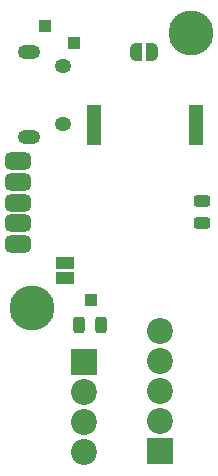
<source format=gbr>
%TF.GenerationSoftware,KiCad,Pcbnew,8.0.0*%
%TF.CreationDate,2024-09-27T20:32:54-07:00*%
%TF.ProjectId,lyrav3r2,6c797261-7633-4723-922e-6b696361645f,rev?*%
%TF.SameCoordinates,Original*%
%TF.FileFunction,Soldermask,Top*%
%TF.FilePolarity,Negative*%
%FSLAX46Y46*%
G04 Gerber Fmt 4.6, Leading zero omitted, Abs format (unit mm)*
G04 Created by KiCad (PCBNEW 8.0.0) date 2024-09-27 20:32:54*
%MOMM*%
%LPD*%
G01*
G04 APERTURE LIST*
G04 Aperture macros list*
%AMRoundRect*
0 Rectangle with rounded corners*
0 $1 Rounding radius*
0 $2 $3 $4 $5 $6 $7 $8 $9 X,Y pos of 4 corners*
0 Add a 4 corners polygon primitive as box body*
4,1,4,$2,$3,$4,$5,$6,$7,$8,$9,$2,$3,0*
0 Add four circle primitives for the rounded corners*
1,1,$1+$1,$2,$3*
1,1,$1+$1,$4,$5*
1,1,$1+$1,$6,$7*
1,1,$1+$1,$8,$9*
0 Add four rect primitives between the rounded corners*
20,1,$1+$1,$2,$3,$4,$5,0*
20,1,$1+$1,$4,$5,$6,$7,0*
20,1,$1+$1,$6,$7,$8,$9,0*
20,1,$1+$1,$8,$9,$2,$3,0*%
%AMFreePoly0*
4,1,19,0.000000,0.744911,0.071157,0.744911,0.207708,0.704816,0.327430,0.627875,0.420627,0.520320,0.479746,0.390866,0.500000,0.250000,0.500000,-0.250000,0.479746,-0.390866,0.420627,-0.520320,0.327430,-0.627875,0.207708,-0.704816,0.071157,-0.744911,0.000000,-0.744911,0.000000,-0.750000,-0.500000,-0.750000,-0.500000,0.750000,0.000000,0.750000,0.000000,0.744911,0.000000,0.744911,
$1*%
%AMFreePoly1*
4,1,19,0.500000,-0.750000,0.000000,-0.750000,0.000000,-0.744911,-0.071157,-0.744911,-0.207708,-0.704816,-0.327430,-0.627875,-0.420627,-0.520320,-0.479746,-0.390866,-0.500000,-0.250000,-0.500000,0.250000,-0.479746,0.390866,-0.420627,0.520320,-0.327430,0.627875,-0.207708,0.704816,-0.071157,0.744911,0.000000,0.744911,0.000000,0.750000,0.500000,0.750000,0.500000,-0.750000,0.500000,-0.750000,
$1*%
G04 Aperture macros list end*
%ADD10R,1.300000X3.400000*%
%ADD11FreePoly0,0.000000*%
%ADD12FreePoly1,0.000000*%
%ADD13R,1.000000X1.000000*%
%ADD14R,2.200000X2.200000*%
%ADD15C,2.200000*%
%ADD16C,3.800000*%
%ADD17RoundRect,0.492126X-0.632874X-0.257874X0.632874X-0.257874X0.632874X0.257874X-0.632874X0.257874X0*%
%ADD18R,1.500000X1.000000*%
%ADD19RoundRect,0.243750X0.243750X0.456250X-0.243750X0.456250X-0.243750X-0.456250X0.243750X-0.456250X0*%
%ADD20RoundRect,0.243750X-0.456250X0.243750X-0.456250X-0.243750X0.456250X-0.243750X0.456250X0.243750X0*%
%ADD21O,1.400000X1.200000*%
%ADD22O,1.900000X1.200000*%
G04 APERTURE END LIST*
D10*
%TO.C,BZ1*%
X16320600Y29966000D03*
X7620600Y29966000D03*
%TD*%
D11*
%TO.C,J4*%
X12529400Y36189000D03*
D12*
X11229400Y36189000D03*
%TD*%
D13*
%TO.C,TP1*%
X7398600Y15157800D03*
%TD*%
D14*
%TO.C,J6*%
X13240600Y2356200D03*
D15*
X13240600Y4896200D03*
X13240600Y7436200D03*
X13240600Y9976200D03*
X13240600Y12516200D03*
%TD*%
D16*
%TO.C,H1*%
X15831400Y37763800D03*
%TD*%
D14*
%TO.C,J2*%
X6763600Y9950800D03*
D15*
X6763600Y7410800D03*
X6763600Y4870800D03*
X6763600Y2330800D03*
%TD*%
D17*
%TO.C,J5*%
X1251800Y19922200D03*
X1251800Y21672200D03*
X1251800Y23422200D03*
X1251800Y25172200D03*
X1251800Y26922200D03*
%TD*%
D18*
%TO.C,J1*%
X5188800Y17037400D03*
X5188800Y18337400D03*
%TD*%
D16*
%TO.C,H2*%
X2369400Y14527100D03*
%TD*%
D13*
%TO.C,TP4*%
X3537800Y38373400D03*
%TD*%
%TO.C,TP3*%
X5950800Y36951000D03*
%TD*%
D19*
%TO.C,D2*%
X8259900Y13075000D03*
X6384900Y13075000D03*
%TD*%
D20*
%TO.C,D3*%
X16796600Y23537500D03*
X16796600Y21662500D03*
%TD*%
D21*
%TO.C,J7*%
X5022900Y34951200D03*
X5022900Y30111200D03*
D22*
X2122900Y28931200D03*
X2122900Y36131200D03*
%TD*%
M02*

</source>
